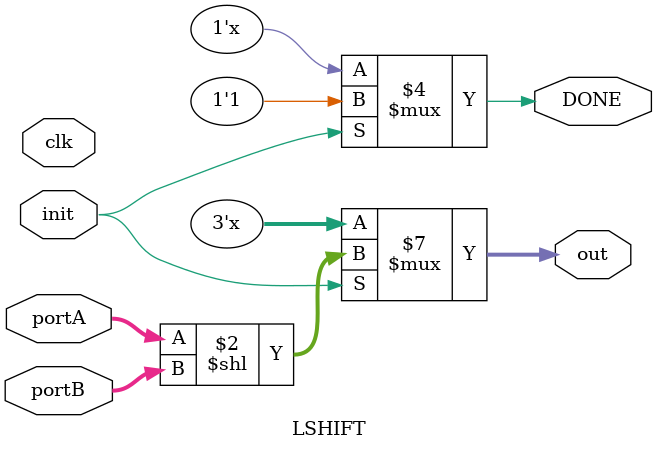
<source format=v>
`timescale 1ns / 1ps
module LSHIFT (
    input init,
    input [2:0] portA, portB,
    input clk,
    output reg [2:0] out,
    output reg DONE
);

always @(*) begin
    
    if (init) begin
        out = portA << portB;
        DONE = 1;
    end
    
end

endmodule

/* module testLSHIFT;
    
    reg clk, init;
    reg [2:0] portA,portB;
    wire [2:0] out;
    wire DONE;

    LSHIFT uut (.portA(portA),.portB(portB),.clk(clk),.init(init),.out(out),.DONE(DONE));

    initial begin
        $dumpfile("LSHIFT_tb.vcd");
        $dumpvars(0,testLSHIFT);
        portA = 5;
        portB = 1;
        clk=0;
        init=0;

        #18 init=1;
        #2000 $finish;
    end
    
always #1 clk = ~clk;

endmodule */
</source>
